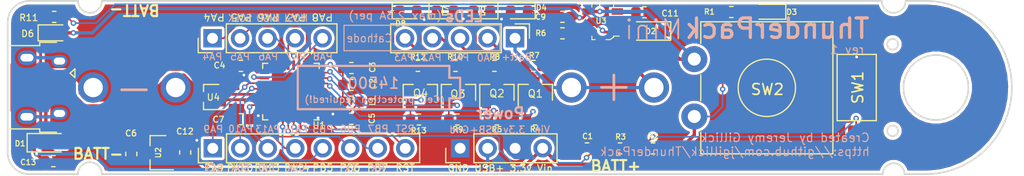
<source format=kicad_pcb>
(kicad_pcb (version 20171130) (host pcbnew "(5.1.5-0-10_14)")
  (layers (0 F.Cu signal) (31 B.Cu signal) (34 B.Paste user) (35 F.Paste user) (36 B.SilkS user) (37 F.SilkS user) (38 B.Mask user) (39 F.Mask user) (44 Edge.Cuts user))
  (net 0 "")
  (net 1 /BUTTON)
  (net 2 GND)
  (net 3 +3V3)
  (net 4 +BATT)
  (net 5 /VIN)
  (net 6 /VUSB)
  (net 7 "Net-(D3-Pad2)")
  (net 8 "Net-(D4-Pad1)")
  (net 9 "Net-(D5-Pad1)")
  (net 10 "Net-(D6-Pad1)")
  (net 11 "Net-(D7-Pad1)")
  (net 12 "Net-(D8-Pad1)")
  (net 13 /RESET)
  (net 14 /PB7)
  (net 15 /PB6)
  (net 16 /PA10)
  (net 17 /PA9)
  (net 18 /PA8)
  (net 19 /PA7)
  (net 20 /PA6)
  (net 21 /PA5)
  (net 22 /PA4)
  (net 23 /USB_D-)
  (net 24 /USB_D+)
  (net 25 "Net-(J6-Pad2)")
  (net 26 "Net-(J6-Pad3)")
  (net 27 "Net-(J6-Pad4)")
  (net 28 "Net-(J6-Pad5)")
  (net 29 /LED1)
  (net 30 /LED2)
  (net 31 /LED3)
  (net 32 /LED4)
  (net 33 "Net-(R2-Pad1)")
  (net 34 "Net-(R6-Pad1)")
  (net 35 "Net-(C2-Pad1)")
  (net 36 "Net-(D1-Pad2)")
  (net 37 /PB5)
  (net 38 /PA13)
  (net 39 /PA14)
  (net 40 "Net-(R11-Pad2)")
  (net 41 "Net-(J4-Pad4)")
  (net 42 "Net-(U1-Pad15)")
  (net 43 "Net-(U1-Pad14)")
  (net 44 "Net-(U1-Pad2)")
  (net 45 "Net-(U1-Pad1)")
  (module BatteryClips:MDP_BK-82_14500 (layer F.Cu) (at 91.9 100)
    (fp_text reference J2 hide)
    (fp_text value Battery hide)
    (fp_text user "(Cell protection required!)" (at 0.1 1.1) (layer B.SilkS) (effects (font (size 0.6 0.65) (thickness 0.1)) (justify mirror)))
    (fp_text user 14500 (at -0.025 -0.4) (layer B.SilkS) (effects (justify mirror)))
    (pad 2 thru_hole circle (at -18.28 0) (size 2.8 2.8) (drill 1.78) (layers *.Cu *.Mask) (net 2 GND))
    (pad 2 thru_hole circle (at -25.9 0) (size 2.8 2.8) (drill 1.78) (layers *.Cu *.Mask) (net 2 GND))
    (pad 1 thru_hole circle (at 25.9 0) (size 2.8 2.8) (drill 1.78) (layers *.Cu *.Mask) (net 4 +BATT))
    (pad 1 thru_hole circle (at 18.28 0) (size 2.8 2.8) (drill 1.78) (layers *.Cu *.Mask) (net 4 +BATT))
  )
  (module Symbol:OSHW-Symbol_6.7x6mm_SilkScreen (layer B.Cu) (at 127.8 99.725 180)
    (fp_text reference REF** hide)
    (fp_text value OSHW-Symbol_6.7x6mm_SilkScreen hide)
  )
  (module digikey-footprints:SOT-753 (layer F.Cu) (at 113.07 93.925 90)
    (fp_text reference U3 (at 0.075 -0.15 180) (layer F.SilkS) (effects (font (size 0.5 0.5) (thickness 0.1))))
    (fp_text value MCP73831T-2ACI_OT)
    (pad 5 smd rect (at -0.95 -1.35 90) (size 0.6 1.05) (layers F.Cu F.Paste F.Mask) (net 34 "Net-(R6-Pad1)"))
    (pad 4 smd rect (at 0.95 -1.35 90) (size 0.6 1.05) (layers F.Cu F.Paste F.Mask) (net 6 /VUSB))
    (pad 3 smd rect (at 0.95 1.35 90) (size 0.6 1.05) (layers F.Cu F.Paste F.Mask) (net 4 +BATT))
    (pad 2 smd rect (at 0 1.35 90) (size 0.6 1.05) (layers F.Cu F.Paste F.Mask) (net 2 GND))
    (pad 1 smd rect (at -0.95 1.35 90) (size 0.6 1.05) (layers F.Cu F.Paste F.Mask) (net 40 "Net-(R11-Pad2)"))
  )
  (module Package_DFN_QFN:QFN-32-1EP_5x5mm_P0.5mm_EP3.45x3.45mm (layer F.Cu) (at 84.27 100.375 180)
    (fp_text reference U1 (at -2.6 -3.125) (layer F.SilkS) (effects (font (size 0.6 0.6) (thickness 0.1))))
    (fp_text value STM32L072KZUx)
    (pad 32 smd roundrect (at -1.75 -2.4375 180) (size 0.25 0.875) (layers F.Cu F.Paste F.Mask) (net 3 +3V3))
    (pad 31 smd roundrect (at -1.25 -2.4375 180) (size 0.25 0.875) (layers F.Cu F.Paste F.Mask) (net 2 GND))
    (pad 30 smd roundrect (at -0.75 -2.4375 180) (size 0.25 0.875) (layers F.Cu F.Paste F.Mask) (net 1 /BUTTON))
    (pad 29 smd roundrect (at -0.25 -2.4375 180) (size 0.25 0.875) (layers F.Cu F.Paste F.Mask) (net 14 /PB7))
    (pad 28 smd roundrect (at 0.25 -2.4375 180) (size 0.25 0.875) (layers F.Cu F.Paste F.Mask) (net 15 /PB6))
    (pad 27 smd roundrect (at 0.75 -2.4375 180) (size 0.25 0.875) (layers F.Cu F.Paste F.Mask) (net 37 /PB5))
    (pad 26 smd roundrect (at 1.25 -2.4375 180) (size 0.25 0.875) (layers F.Cu F.Paste F.Mask) (net 1 /BUTTON))
    (pad 25 smd roundrect (at 1.75 -2.4375 180) (size 0.25 0.875) (layers F.Cu F.Paste F.Mask) (net 39 /PA14))
    (pad 24 smd roundrect (at 2.4375 -1.75 180) (size 0.875 0.25) (layers F.Cu F.Paste F.Mask) (net 3 +3V3))
    (pad 23 smd roundrect (at 2.4375 -1.25 180) (size 0.875 0.25) (layers F.Cu F.Paste F.Mask) (net 38 /PA13))
    (pad 22 smd roundrect (at 2.4375 -0.75 180) (size 0.875 0.25) (layers F.Cu F.Paste F.Mask) (net 24 /USB_D+))
    (pad 21 smd roundrect (at 2.4375 -0.25 180) (size 0.875 0.25) (layers F.Cu F.Paste F.Mask) (net 23 /USB_D-))
    (pad 20 smd roundrect (at 2.4375 0.25 180) (size 0.875 0.25) (layers F.Cu F.Paste F.Mask) (net 16 /PA10))
    (pad 19 smd roundrect (at 2.4375 0.75 180) (size 0.875 0.25) (layers F.Cu F.Paste F.Mask) (net 17 /PA9))
    (pad 18 smd roundrect (at 2.4375 1.25 180) (size 0.875 0.25) (layers F.Cu F.Paste F.Mask) (net 18 /PA8))
    (pad 17 smd roundrect (at 2.4375 1.75 180) (size 0.875 0.25) (layers F.Cu F.Paste F.Mask) (net 3 +3V3))
    (pad 16 smd roundrect (at 1.75 2.4375 180) (size 0.25 0.875) (layers F.Cu F.Paste F.Mask) (net 2 GND))
    (pad 15 smd roundrect (at 1.25 2.4375 180) (size 0.25 0.875) (layers F.Cu F.Paste F.Mask) (net 42 "Net-(U1-Pad15)"))
    (pad 14 smd roundrect (at 0.75 2.4375 180) (size 0.25 0.875) (layers F.Cu F.Paste F.Mask) (net 43 "Net-(U1-Pad14)"))
    (pad 13 smd roundrect (at 0.25 2.4375 180) (size 0.25 0.875) (layers F.Cu F.Paste F.Mask) (net 19 /PA7))
    (pad 12 smd roundrect (at -0.25 2.4375 180) (size 0.25 0.875) (layers F.Cu F.Paste F.Mask) (net 20 /PA6))
    (pad 11 smd roundrect (at -0.75 2.4375 180) (size 0.25 0.875) (layers F.Cu F.Paste F.Mask) (net 21 /PA5))
    (pad 10 smd roundrect (at -1.25 2.4375 180) (size 0.25 0.875) (layers F.Cu F.Paste F.Mask) (net 22 /PA4))
    (pad 9 smd roundrect (at -1.75 2.4375 180) (size 0.25 0.875) (layers F.Cu F.Paste F.Mask) (net 32 /LED4))
    (pad 8 smd roundrect (at -2.4375 1.75 180) (size 0.875 0.25) (layers F.Cu F.Paste F.Mask) (net 31 /LED3))
    (pad 7 smd roundrect (at -2.4375 1.25 180) (size 0.875 0.25) (layers F.Cu F.Paste F.Mask) (net 30 /LED2))
    (pad 6 smd roundrect (at -2.4375 0.75 180) (size 0.875 0.25) (layers F.Cu F.Paste F.Mask) (net 29 /LED1))
    (pad 5 smd roundrect (at -2.4375 0.25 180) (size 0.875 0.25) (layers F.Cu F.Paste F.Mask) (net 35 "Net-(C2-Pad1)"))
    (pad 4 smd roundrect (at -2.4375 -0.25 180) (size 0.875 0.25) (layers F.Cu F.Paste F.Mask) (net 2 GND))
    (pad 3 smd roundrect (at -2.4375 -0.75 180) (size 0.875 0.25) (layers F.Cu F.Paste F.Mask) (net 13 /RESET))
    (pad 2 smd roundrect (at -2.4375 -1.25 180) (size 0.875 0.25) (layers F.Cu F.Paste F.Mask) (net 44 "Net-(U1-Pad2)"))
    (pad 1 smd roundrect (at -2.4375 -1.75 180) (size 0.875 0.25) (layers F.Cu F.Paste F.Mask) (net 45 "Net-(U1-Pad1)"))
    (pad 33 smd roundrect (at 0 0 180) (size 3.45 3.45) (layers F.Cu F.Mask) (roundrect_rratio 0.072464) (net 2 GND))
  )
  (module Resistor_SMD:R_0603_1608Metric (layer F.Cu) (at 109.35 94.995 180)
    (fp_text reference R6 (at 2 0.02) (layer F.SilkS) (effects (font (size 0.5 0.5) (thickness 0.1))))
    (fp_text value 675)
    (pad 2 smd roundrect (at 0.7875 0 180) (size 0.875 0.95) (layers F.Cu F.Paste F.Mask) (net 2 GND))
    (pad 1 smd roundrect (at -0.7875 0 180) (size 0.875 0.95) (layers F.Cu F.Paste F.Mask) (net 34 "Net-(R6-Pad1)"))
  )
  (module LED_SMD:LED_0603_1608Metric (layer F.Cu) (at 62.4 94.95)
    (fp_text reference D6 (at -2.45 0.075) (layer F.SilkS) (effects (font (size 0.6 0.6) (thickness 0.1))))
    (fp_text value LED)
    (pad 2 smd roundrect (at 0.7875 0) (size 0.875 0.95) (layers F.Cu F.Paste F.Mask) (net 6 /VUSB))
    (pad 1 smd roundrect (at -0.7875 0) (size 0.875 0.95) (layers F.Cu F.Paste F.Mask) (net 10 "Net-(D6-Pad1)"))
  )
  (module Resistor_SMD:R_0603_1608Metric (layer F.Cu) (at 62.4 93.475)
    (fp_text reference R11 (at -2.35 0.075) (layer F.SilkS) (effects (font (size 0.6 0.6) (thickness 0.1))))
    (fp_text value 330)
    (pad 2 smd roundrect (at 0.7875 0) (size 0.875 0.95) (layers F.Cu F.Paste F.Mask) (net 40 "Net-(R11-Pad2)"))
    (pad 1 smd roundrect (at -0.7875 0) (size 0.875 0.95) (layers F.Cu F.Paste F.Mask) (net 10 "Net-(D6-Pad1)"))
  )
  (module Capacitor_SMD:C_0603_1608Metric (layer F.Cu) (at 116.925 93.05)
    (fp_text reference C11 (at 2.375 0.1) (layer F.SilkS) (effects (font (size 0.55 0.55) (thickness 0.1))))
    (fp_text value 4.7uF)
    (pad 1 smd roundrect (at -0.7875 0) (size 0.875 0.95) (layers F.Cu F.Paste F.Mask) (net 4 +BATT))
    (pad 2 smd roundrect (at 0.7875 0) (size 0.875 0.95) (layers F.Cu F.Paste F.Mask) (net 2 GND))
  )
  (module Capacitor_SMD:C_0603_1608Metric (layer F.Cu) (at 109.35 93.47 180)
    (fp_text reference C9 (at 2.025 -0.005) (layer F.SilkS) (effects (font (size 0.5 0.5) (thickness 0.1))))
    (fp_text value 4.7uF)
    (pad 1 smd roundrect (at -0.7875 0 180) (size 0.875 0.95) (layers F.Cu F.Paste F.Mask) (net 6 /VUSB))
    (pad 2 smd roundrect (at 0.7875 0 180) (size 0.875 0.95) (layers F.Cu F.Paste F.Mask) (net 2 GND))
  )
  (module Package_TO_SOT_SMD:SOT-323_SC-70 (layer F.Cu) (at 76.925 100.875 180)
    (fp_text reference U4 (at -0.18 -0.025) (layer F.SilkS) (effects (font (size 0.6 0.6) (thickness 0.1))))
    (fp_text value ESD7002WTT1G)
    (pad 1 smd rect (at -1 -0.65 90) (size 0.45 0.7) (layers F.Cu F.Paste F.Mask) (net 24 /USB_D+))
    (pad 2 smd rect (at -1 0.65 90) (size 0.45 0.7) (layers F.Cu F.Paste F.Mask) (net 23 /USB_D-))
    (pad 3 smd rect (at 1 0 90) (size 0.45 0.7) (layers F.Cu F.Paste F.Mask) (net 2 GND))
  )
  (module Capacitor_SMD:C_0603_1608Metric (layer F.Cu) (at 62.325 106.8 180)
    (fp_text reference C13 (at 2.325 -0.1) (layer F.SilkS) (effects (font (size 0.5 0.5) (thickness 0.1))))
    (fp_text value 1uf)
    (pad 2 smd roundrect (at 0.7875 0 180) (size 0.875 0.95) (layers F.Cu F.Paste F.Mask) (net 6 /VUSB))
    (pad 1 smd roundrect (at -0.7875 0 180) (size 0.875 0.95) (layers F.Cu F.Paste F.Mask) (net 2 GND))
  )
  (module Capacitor_SMD:C_0603_1608Metric (layer F.Cu) (at 74.5 106 270)
    (fp_text reference C12 (at -1.95 0.025 180) (layer F.SilkS) (effects (font (size 0.55 0.55) (thickness 0.1))))
    (fp_text value 2.2uF)
    (pad 2 smd roundrect (at 0.7875 0 270) (size 0.875 0.95) (layers F.Cu F.Paste F.Mask) (net 2 GND))
    (pad 1 smd roundrect (at -0.7875 0 270) (size 0.875 0.95) (layers F.Cu F.Paste F.Mask) (net 3 +3V3))
  )
  (module Capacitor_SMD:C_0603_1608Metric (layer F.Cu) (at 69.525 106.1375 270)
    (fp_text reference C6 (at -1.9125 0.025 180) (layer F.SilkS) (effects (font (size 0.55 0.55) (thickness 0.1))))
    (fp_text value 1uf)
    (pad 2 smd roundrect (at 0.7875 0 270) (size 0.875 0.95) (layers F.Cu F.Paste F.Mask) (net 2 GND))
    (pad 1 smd roundrect (at -0.7875 0 270) (size 0.875 0.95) (layers F.Cu F.Paste F.Mask) (net 5 /VIN))
  )
  (module Connector_PinHeader_2.54mm:PinHeader_1x08_P2.54mm_Vertical (layer F.Cu) (at 77.05 105.61 90)
    (fp_text reference J7 hide)
    (fp_text value GPIO)
    (pad 8 thru_hole oval (at 0 17.78 90) (size 1.7 1.7) (drill 1) (layers *.Cu *.Mask) (net 13 /RESET))
    (pad 7 thru_hole oval (at 0 15.24 90) (size 1.7 1.7) (drill 1) (layers *.Cu *.Mask) (net 14 /PB7))
    (pad 6 thru_hole oval (at 0 12.7 90) (size 1.7 1.7) (drill 1) (layers *.Cu *.Mask) (net 15 /PB6))
    (pad 5 thru_hole oval (at 0 10.16 90) (size 1.7 1.7) (drill 1) (layers *.Cu *.Mask) (net 37 /PB5))
    (pad 4 thru_hole oval (at 0 7.62 90) (size 1.7 1.7) (drill 1) (layers *.Cu *.Mask) (net 39 /PA14))
    (pad 3 thru_hole oval (at 0 5.08 90) (size 1.7 1.7) (drill 1) (layers *.Cu *.Mask) (net 38 /PA13))
    (pad 2 thru_hole oval (at 0 2.54 90) (size 1.7 1.7) (drill 1) (layers *.Cu *.Mask) (net 16 /PA10))
    (pad 1 thru_hole rect (at 0 0 90) (size 1.7 1.7) (drill 1) (layers *.Cu *.Mask) (net 17 /PA9))
  )
  (module Connector_PinHeader_2.54mm:PinHeader_1x04_P2.54mm_Vertical (layer F.Cu) (at 99.9 105.61 90)
    (fp_text reference J5 hide)
    (fp_text value Power)
    (pad 1 thru_hole rect (at 0 0 90) (size 1.7 1.7) (drill 1) (layers *.Cu *.Mask) (net 2 GND))
    (pad 2 thru_hole oval (at 0 2.54 90) (size 1.7 1.7) (drill 1) (layers *.Cu *.Mask) (net 6 /VUSB))
    (pad 3 thru_hole oval (at 0 5.08 90) (size 1.7 1.7) (drill 1) (layers *.Cu *.Mask) (net 3 +3V3))
    (pad 4 thru_hole oval (at 0 7.62 90) (size 1.7 1.7) (drill 1) (layers *.Cu *.Mask) (net 5 /VIN))
  )
  (module Capacitor_SMD:C_0603_1608Metric (layer F.Cu) (at 79.65 98 180)
    (fp_text reference C4 (at 1.975 0.05) (layer F.SilkS) (effects (font (size 0.55 0.55) (thickness 0.1))))
    (fp_text value 100nf)
    (pad 1 smd roundrect (at -0.7875 0 180) (size 0.875 0.95) (layers F.Cu F.Paste F.Mask) (net 3 +3V3))
    (pad 2 smd roundrect (at 0.7875 0 180) (size 0.875 0.95) (layers F.Cu F.Paste F.Mask) (net 2 GND))
  )
  (module Capacitor_SMD:C_0603_1608Metric (layer F.Cu) (at 79.65 102.925 180)
    (fp_text reference C7 (at 2.075 -0.025 180) (layer F.SilkS) (effects (font (size 0.55 0.55) (thickness 0.1))))
    (fp_text value 4.7uF)
    (pad 2 smd roundrect (at 0.7875 0 180) (size 0.875 0.95) (layers F.Cu F.Paste F.Mask) (net 2 GND))
    (pad 1 smd roundrect (at -0.7875 0 180) (size 0.875 0.95) (layers F.Cu F.Paste F.Mask) (net 3 +3V3))
  )
  (module Package_TO_SOT_SMD:SOT-23 (layer F.Cu) (at 72.015 106.02 180)
    (fp_text reference U2 (at 0 0 90) (layer F.SilkS) (effects (font (size 0.5 0.5) (thickness 0.1))))
    (fp_text value AP2210N-3.3TRG1)
    (pad 1 smd rect (at -1 -0.95 180) (size 0.9 0.8) (layers F.Cu F.Paste F.Mask) (net 2 GND))
    (pad 2 smd rect (at -1 0.95 180) (size 0.9 0.8) (layers F.Cu F.Paste F.Mask) (net 3 +3V3))
    (pad 3 smd rect (at 1 0 180) (size 0.9 0.8) (layers F.Cu F.Paste F.Mask) (net 5 /VIN))
  )
  (module Jeremy:USB_Micro-B_Amphenol_10103594-0001LF_Horizontal (layer F.Cu) (at 61 100 270)
    (fp_text reference J4 hide)
    (fp_text value USB_B_Micro)
    (pad 6 smd rect (at 0 1.385) (size 2.5 4.4) (layers F.Cu F.Paste F.Mask) (net 2 GND))
    (pad 6 thru_hole oval (at 2.705 1.115) (size 1.7 1.35) (drill oval 1.2 0.7) (layers *.Cu *.Mask) (net 2 GND))
    (pad 6 thru_hole oval (at -2.755 1.115) (size 1.7 1.35) (drill oval 1.2 0.7) (layers *.Cu *.Mask) (net 2 GND))
    (pad 6 thru_hole oval (at 2.395 -1.885) (size 1.5 1.1) (drill oval 1.05 0.65) (layers *.Cu *.Mask) (net 2 GND))
    (pad 6 thru_hole oval (at -2.445 -1.885) (size 1.5 1.1) (drill oval 1.05 0.65) (layers *.Cu *.Mask) (net 2 GND))
    (pad 5 smd rect (at 1.275 -1.765) (size 1.65 0.4) (layers F.Cu F.Paste F.Mask) (net 2 GND))
    (pad 4 smd rect (at 0.625 -1.765) (size 1.65 0.4) (layers F.Cu F.Paste F.Mask) (net 41 "Net-(J4-Pad4)"))
    (pad 3 smd rect (at -0.025 -1.765) (size 1.65 0.4) (layers F.Cu F.Paste F.Mask) (net 24 /USB_D+))
    (pad 2 smd rect (at -0.675 -1.765) (size 1.65 0.4) (layers F.Cu F.Paste F.Mask) (net 23 /USB_D-))
    (pad 1 smd rect (at -1.325 -1.765) (size 1.65 0.4) (layers F.Cu F.Paste F.Mask) (net 36 "Net-(D1-Pad2)"))
    (pad 6 smd rect (at 2.875 -1.885 270) (size 2 1.5) (layers F.Cu F.Paste F.Mask) (net 2 GND))
    (pad 6 smd rect (at -2.875 -1.865 270) (size 2 1.5) (layers F.Cu F.Paste F.Mask) (net 2 GND))
  )
  (module Button_Switch_THT:SW_CW_GPTS203211B (layer F.Cu) (at 121.53 97.375)
    (fp_text reference SW2 (at 6.75 2.8) (layer F.SilkS))
    (fp_text value Power)
    (pad 2 thru_hole circle (at 0 5.3) (size 2.4 2.4) (drill 1.2) (layers *.Cu *.Mask) (net 5 /VIN))
    (pad 1 thru_hole circle (at 0 0) (size 2.4 2.4) (drill 1.2) (layers *.Cu *.Mask) (net 6 /VUSB))
  )
  (module Button_Switch_SMD:SW_SPST_FSMSM (layer F.Cu) (at 136.53 100 270)
    (fp_text reference SW1 (at 0 -0.1 90) (layer F.SilkS))
    (fp_text value Mode)
    (pad 2 smd rect (at 4.59 0 270) (size 2.18 1.6) (layers F.Cu F.Paste F.Mask) (net 33 "Net-(R2-Pad1)"))
    (pad 1 smd rect (at -4.59 0 270) (size 2.18 1.6) (layers F.Cu F.Paste F.Mask) (net 3 +3V3))
  )
  (module Diode_SMD:D_SOD-323_HandSoldering (layer F.Cu) (at 61.8 105.1)
    (fp_text reference D1 (at -2.55 0.075) (layer F.SilkS) (effects (font (size 0.5 0.5) (thickness 0.1))))
    (fp_text value 20V2A)
    (pad 2 smd rect (at 1.25 0) (size 1 1) (layers F.Cu F.Paste F.Mask) (net 36 "Net-(D1-Pad2)"))
    (pad 1 smd rect (at -1.25 0) (size 1 1) (layers F.Cu F.Paste F.Mask) (net 6 /VUSB))
  )
  (module Diode_SMD:D_SOD-323_HandSoldering (layer F.Cu) (at 117.45 94.775 180)
    (fp_text reference D2 (at -0.05 -0.025) (layer F.SilkS) (effects (font (size 0.5 0.5) (thickness 0.1))))
    (fp_text value 20V2A)
    (pad 1 smd rect (at -1.25 0 180) (size 1 1) (layers F.Cu F.Paste F.Mask) (net 6 /VUSB))
    (pad 2 smd rect (at 1.25 0 180) (size 1 1) (layers F.Cu F.Paste F.Mask) (net 4 +BATT))
  )
  (module LED_SMD:LED_0603_1608Metric (layer F.Cu) (at 95.105 92.915)
    (fp_text reference D8 (at -0.71 1.16) (layer F.SilkS) (effects (font (size 0.5 0.5) (thickness 0.1))))
    (fp_text value LED)
    (pad 1 smd roundrect (at -0.7875 0) (size 0.875 0.95) (layers F.Cu F.Paste F.Mask) (net 12 "Net-(D8-Pad1)"))
    (pad 2 smd roundrect (at 0.7875 0) (size 0.875 0.95) (layers F.Cu F.Paste F.Mask) (net 3 +3V3))
  )
  (module LED_SMD:LED_0603_1608Metric (layer F.Cu) (at 98.505 92.915)
    (fp_text reference D7 (at 0.04 0.01 90) (layer F.SilkS) (effects (font (size 0.5 0.5) (thickness 0.1))))
    (fp_text value LED)
    (pad 2 smd roundrect (at 0.7875 0) (size 0.875 0.95) (layers F.Cu F.Paste F.Mask) (net 3 +3V3))
    (pad 1 smd roundrect (at -0.7875 0) (size 0.875 0.95) (layers F.Cu F.Paste F.Mask) (net 11 "Net-(D7-Pad1)"))
  )
  (module LED_SMD:LED_0603_1608Metric (layer F.Cu) (at 101.905 92.915 180)
    (fp_text reference D5 (at -0.04 -0.01 90) (layer F.SilkS) (effects (font (size 0.5 0.5) (thickness 0.1))))
    (fp_text value LED)
    (pad 1 smd roundrect (at -0.7875 0 180) (size 0.875 0.95) (layers F.Cu F.Paste F.Mask) (net 9 "Net-(D5-Pad1)"))
    (pad 2 smd roundrect (at 0.7875 0 180) (size 0.875 0.95) (layers F.Cu F.Paste F.Mask) (net 3 +3V3))
  )
  (module LED_SMD:LED_0603_1608Metric (layer F.Cu) (at 105.345 92.915 180)
    (fp_text reference D4 (at -2.055 0.29) (layer F.SilkS) (effects (font (size 0.5 0.5) (thickness 0.1))))
    (fp_text value LED)
    (pad 1 smd roundrect (at -0.7875 0 180) (size 0.875 0.95) (layers F.Cu F.Paste F.Mask) (net 8 "Net-(D4-Pad1)"))
    (pad 2 smd roundrect (at 0.7875 0 180) (size 0.875 0.95) (layers F.Cu F.Paste F.Mask) (net 3 +3V3))
  )
  (module Inductor_SMD:L_0603_1608Metric (layer F.Cu) (at 89.85 101.305)
    (fp_text reference L1 (at 1.95 -0.075 90) (layer F.SilkS) (effects (font (size 0.5 0.5) (thickness 0.1))))
    (fp_text value Bead)
    (pad 2 smd roundrect (at 0.7875 0) (size 0.875 0.95) (layers F.Cu F.Paste F.Mask) (net 3 +3V3))
    (pad 1 smd roundrect (at -0.7875 0) (size 0.875 0.95) (layers F.Cu F.Paste F.Mask) (net 35 "Net-(C2-Pad1)"))
  )
  (module Resistor_SMD:R_0603_1608Metric (layer F.Cu) (at 124.95 93.025 180)
    (fp_text reference R1 (at 2.025 0.025 180) (layer F.SilkS) (effects (font (size 0.5 0.5) (thickness 0.1))))
    (fp_text value 270)
    (pad 2 smd roundrect (at 0.7875 0 180) (size 0.875 0.95) (layers F.Cu F.Paste F.Mask) (net 5 /VIN))
    (pad 1 smd roundrect (at -0.7875 0 180) (size 0.875 0.95) (layers F.Cu F.Paste F.Mask) (net 7 "Net-(D3-Pad2)"))
  )
  (module Resistor_SMD:R_0603_1608Metric (layer F.Cu) (at 117.72 105.625)
    (fp_text reference R2 (at 0 -1.125) (layer F.SilkS) (effects (font (size 0.5 0.5) (thickness 0.1))))
    (fp_text value 20K)
    (pad 1 smd roundrect (at -0.7875 0) (size 0.875 0.95) (layers F.Cu F.Paste F.Mask) (net 33 "Net-(R2-Pad1)"))
    (pad 2 smd roundrect (at 0.7875 0) (size 0.875 0.95) (layers F.Cu F.Paste F.Mask) (net 2 GND))
  )
  (module Resistor_SMD:R_0603_1608Metric (layer F.Cu) (at 114.67 105.625 180)
    (fp_text reference R3 (at -0.05 1.075 180) (layer F.SilkS) (effects (font (size 0.5 0.5) (thickness 0.1))))
    (fp_text value 330)
    (pad 2 smd roundrect (at 0.7875 0 180) (size 0.875 0.95) (layers F.Cu F.Paste F.Mask) (net 1 /BUTTON))
    (pad 1 smd roundrect (at -0.7875 0 180) (size 0.875 0.95) (layers F.Cu F.Paste F.Mask) (net 33 "Net-(R2-Pad1)"))
  )
  (module Resistor_SMD:R_0603_1608Metric (layer F.Cu) (at 106.82 102.95)
    (fp_text reference R4 (at 0.025 0.9 180) (layer F.SilkS) (effects (font (size 0.5 0.5) (thickness 0.1))))
    (fp_text value 20k)
    (pad 2 smd roundrect (at 0.7875 0) (size 0.875 0.95) (layers F.Cu F.Paste F.Mask) (net 2 GND))
    (pad 1 smd roundrect (at -0.7875 0) (size 0.875 0.95) (layers F.Cu F.Paste F.Mask) (net 29 /LED1))
  )
  (module Resistor_SMD:R_0603_1608Metric (layer F.Cu) (at 103.295 102.95)
    (fp_text reference R5 (at 0 0.925 180) (layer F.SilkS) (effects (font (size 0.5 0.5) (thickness 0.1))))
    (fp_text value 20k)
    (pad 2 smd roundrect (at 0.7875 0) (size 0.875 0.95) (layers F.Cu F.Paste F.Mask) (net 2 GND))
    (pad 1 smd roundrect (at -0.7875 0) (size 0.875 0.95) (layers F.Cu F.Paste F.Mask) (net 30 /LED2))
  )
  (module Resistor_SMD:R_0603_1608Metric (layer F.Cu) (at 106.67 98 180)
    (fp_text reference R7 (at -0.075 0.975) (layer F.SilkS) (effects (font (size 0.5 0.5) (thickness 0.1))))
    (fp_text value 270)
    (pad 2 smd roundrect (at 0.7875 0 180) (size 0.875 0.95) (layers F.Cu F.Paste F.Mask) (net 25 "Net-(J6-Pad2)"))
    (pad 1 smd roundrect (at -0.7875 0 180) (size 0.875 0.95) (layers F.Cu F.Paste F.Mask) (net 8 "Net-(D4-Pad1)"))
  )
  (module Resistor_SMD:R_0603_1608Metric (layer F.Cu) (at 103.07 98 180)
    (fp_text reference R8 (at -0.025 0.825) (layer F.SilkS) (effects (font (size 0.5 0.5) (thickness 0.1))))
    (fp_text value 270)
    (pad 2 smd roundrect (at 0.7875 0 180) (size 0.875 0.95) (layers F.Cu F.Paste F.Mask) (net 26 "Net-(J6-Pad3)"))
    (pad 1 smd roundrect (at -0.7875 0 180) (size 0.875 0.95) (layers F.Cu F.Paste F.Mask) (net 9 "Net-(D5-Pad1)"))
  )
  (module Resistor_SMD:R_0603_1608Metric (layer F.Cu) (at 99.645 102.95)
    (fp_text reference R9 (at 0.05 0.925 180) (layer F.SilkS) (effects (font (size 0.5 0.5) (thickness 0.1))))
    (fp_text value 20k)
    (pad 2 smd roundrect (at 0.7875 0) (size 0.875 0.95) (layers F.Cu F.Paste F.Mask) (net 2 GND))
    (pad 1 smd roundrect (at -0.7875 0) (size 0.875 0.95) (layers F.Cu F.Paste F.Mask) (net 31 /LED3))
  )
  (module Resistor_SMD:R_0603_1608Metric (layer F.Cu) (at 99.47 98)
    (fp_text reference R10 (at -0.025 -0.825) (layer F.SilkS) (effects (font (size 0.5 0.5) (thickness 0.1))))
    (fp_text value 270)
    (pad 2 smd roundrect (at 0.7875 0) (size 0.875 0.95) (layers F.Cu F.Paste F.Mask) (net 27 "Net-(J6-Pad4)"))
    (pad 1 smd roundrect (at -0.7875 0) (size 0.875 0.95) (layers F.Cu F.Paste F.Mask) (net 11 "Net-(D7-Pad1)"))
  )
  (module Resistor_SMD:R_0603_1608Metric (layer F.Cu) (at 95.995 98)
    (fp_text reference R12 (at 0 -0.825 180) (layer F.SilkS) (effects (font (size 0.5 0.5) (thickness 0.1))))
    (fp_text value 270)
    (pad 2 smd roundrect (at 0.7875 0) (size 0.875 0.95) (layers F.Cu F.Paste F.Mask) (net 28 "Net-(J6-Pad5)"))
    (pad 1 smd roundrect (at -0.7875 0) (size 0.875 0.95) (layers F.Cu F.Paste F.Mask) (net 12 "Net-(D8-Pad1)"))
  )
  (module Resistor_SMD:R_0603_1608Metric (layer F.Cu) (at 96.095 102.95)
    (fp_text reference R13 (at -0.025 1.025 -180) (layer F.SilkS) (effects (font (size 0.5 0.5) (thickness 0.1))))
    (fp_text value 20k)
    (pad 2 smd roundrect (at 0.7875 0) (size 0.875 0.95) (layers F.Cu F.Paste F.Mask) (net 2 GND))
    (pad 1 smd roundrect (at -0.7875 0) (size 0.875 0.95) (layers F.Cu F.Paste F.Mask) (net 32 /LED4))
  )
  (module Capacitor_SMD:C_0603_1608Metric (layer F.Cu) (at 111.62 105.625 180)
    (fp_text reference C1 (at -0.05 1.125 180) (layer F.SilkS) (effects (font (size 0.5 0.5) (thickness 0.1))))
    (fp_text value 100nF)
    (pad 1 smd roundrect (at -0.7875 0 180) (size 0.875 0.95) (layers F.Cu F.Paste F.Mask) (net 1 /BUTTON))
    (pad 2 smd roundrect (at 0.7875 0 180) (size 0.875 0.95) (layers F.Cu F.Paste F.Mask) (net 2 GND))
  )
  (module Capacitor_SMD:C_0603_1608Metric (layer F.Cu) (at 89.85 99.755)
    (fp_text reference C2 (at 1.95 -0.125 90) (layer F.SilkS) (effects (font (size 0.5 0.5) (thickness 0.1))))
    (fp_text value 1uf)
    (pad 2 smd roundrect (at 0.7875 0) (size 0.875 0.95) (layers F.Cu F.Paste F.Mask) (net 2 GND))
    (pad 1 smd roundrect (at -0.7875 0) (size 0.875 0.95) (layers F.Cu F.Paste F.Mask) (net 35 "Net-(C2-Pad1)"))
  )
  (module Capacitor_SMD:C_0603_1608Metric (layer F.Cu) (at 89.85 98.2)
    (fp_text reference C3 (at 1.95 -0.075 90) (layer F.SilkS) (effects (font (size 0.5 0.5) (thickness 0.1))))
    (fp_text value 10nf)
    (pad 2 smd roundrect (at 0.7875 0) (size 0.875 0.95) (layers F.Cu F.Paste F.Mask) (net 2 GND))
    (pad 1 smd roundrect (at -0.7875 0) (size 0.875 0.95) (layers F.Cu F.Paste F.Mask) (net 35 "Net-(C2-Pad1)"))
  )
  (module Capacitor_SMD:C_0603_1608Metric (layer F.Cu) (at 89.85 102.88)
    (fp_text reference C5 (at 1.9 -0.03 270) (layer F.SilkS) (effects (font (size 0.5 0.5) (thickness 0.1))))
    (fp_text value 100nf)
    (pad 1 smd roundrect (at -0.7875 0) (size 0.875 0.95) (layers F.Cu F.Paste F.Mask) (net 3 +3V3))
    (pad 2 smd roundrect (at 0.7875 0) (size 0.875 0.95) (layers F.Cu F.Paste F.Mask) (net 2 GND))
  )
  (module Package_TO_SOT_SMD:SOT-23 (layer F.Cu) (at 106.845 100.47 90)
    (fp_text reference Q1 (at -0.1 0 180) (layer F.SilkS) (effects (font (size 0.7 0.7) (thickness 0.1))))
    (fp_text value BSS806N)
    (pad 3 smd rect (at 1 0 90) (size 0.9 0.8) (layers F.Cu F.Paste F.Mask) (net 25 "Net-(J6-Pad2)"))
    (pad 2 smd rect (at -1 0.95 90) (size 0.9 0.8) (layers F.Cu F.Paste F.Mask) (net 2 GND))
    (pad 1 smd rect (at -1 -0.95 90) (size 0.9 0.8) (layers F.Cu F.Paste F.Mask) (net 29 /LED1))
  )
  (module Package_TO_SOT_SMD:SOT-23 (layer F.Cu) (at 99.745 100.475 90)
    (fp_text reference Q3 (at -0.125 -0.05 180) (layer F.SilkS) (effects (font (size 0.7 0.7) (thickness 0.1))))
    (fp_text value BSS806N)
    (pad 3 smd rect (at 1 0 90) (size 0.9 0.8) (layers F.Cu F.Paste F.Mask) (net 27 "Net-(J6-Pad4)"))
    (pad 2 smd rect (at -1 0.95 90) (size 0.9 0.8) (layers F.Cu F.Paste F.Mask) (net 2 GND))
    (pad 1 smd rect (at -1 -0.95 90) (size 0.9 0.8) (layers F.Cu F.Paste F.Mask) (net 31 /LED3))
  )
  (module Package_TO_SOT_SMD:SOT-23 (layer F.Cu) (at 96.22 100.475 90)
    (fp_text reference Q4 (at -0.05 0.025) (layer F.SilkS) (effects (font (size 0.7 0.7) (thickness 0.1))))
    (fp_text value BSS806N)
    (pad 3 smd rect (at 1 0 90) (size 0.9 0.8) (layers F.Cu F.Paste F.Mask) (net 28 "Net-(J6-Pad5)"))
    (pad 2 smd rect (at -1 0.95 90) (size 0.9 0.8) (layers F.Cu F.Paste F.Mask) (net 2 GND))
    (pad 1 smd rect (at -1 -0.95 90) (size 0.9 0.8) (layers F.Cu F.Paste F.Mask) (net 32 /LED4))
  )
  (module LED_SMD:LED_0603_1608Metric_Castellated (layer F.Cu) (at 128.3 93 180)
    (fp_text reference D3 (at -2.225 -0.025 180) (layer F.SilkS) (effects (font (size 0.5 0.5) (thickness 0.1))))
    (fp_text value LED)
    (pad 2 smd roundrect (at 0.8125 0 180) (size 1.225 0.85) (layers F.Cu F.Paste F.Mask) (net 7 "Net-(D3-Pad2)"))
    (pad 1 smd roundrect (at -0.8125 0 180) (size 1.225 0.85) (layers F.Cu F.Paste F.Mask) (net 2 GND))
  )
  (module Package_TO_SOT_SMD:SOT-23 (layer F.Cu) (at 103.295 100.475 90)
    (fp_text reference Q2 (at -0.075 0 180) (layer F.SilkS) (effects (font (size 0.7 0.7) (thickness 0.1))))
    (fp_text value BSS806N)
    (pad 1 smd rect (at -1 -0.95 90) (size 0.9 0.8) (layers F.Cu F.Paste F.Mask) (net 30 /LED2))
    (pad 2 smd rect (at -1 0.95 90) (size 0.9 0.8) (layers F.Cu F.Paste F.Mask) (net 2 GND))
    (pad 3 smd rect (at 1 0 90) (size 0.9 0.8) (layers F.Cu F.Paste F.Mask) (net 26 "Net-(J6-Pad3)"))
  )
  (module Connector_PinHeader_2.54mm:PinHeader_1x05_P2.54mm_Vertical (layer F.Cu) (at 104.97 95.45 270)
    (fp_text reference J6 hide)
    (fp_text value LEDs)
    (pad 1 thru_hole rect (at 0 0 270) (size 1.7 1.7) (drill 1) (layers *.Cu *.Mask) (net 4 +BATT))
    (pad 2 thru_hole oval (at 0 2.54 270) (size 1.7 1.7) (drill 1) (layers *.Cu *.Mask) (net 25 "Net-(J6-Pad2)"))
    (pad 3 thru_hole oval (at 0 5.08 270) (size 1.7 1.7) (drill 1) (layers *.Cu *.Mask) (net 26 "Net-(J6-Pad3)"))
    (pad 4 thru_hole oval (at 0 7.62 270) (size 1.7 1.7) (drill 1) (layers *.Cu *.Mask) (net 27 "Net-(J6-Pad4)"))
    (pad 5 thru_hole oval (at 0 10.16 270) (size 1.7 1.7) (drill 1) (layers *.Cu *.Mask) (net 28 "Net-(J6-Pad5)"))
  )
  (module Connector_PinHeader_2.54mm:PinHeader_1x05_P2.54mm_Vertical (layer F.Cu) (at 77.03 95.45 90)
    (fp_text reference J3 hide)
    (fp_text value GPIO)
    (pad 1 thru_hole rect (at 0 0 90) (size 1.7 1.7) (drill 1) (layers *.Cu *.Mask) (net 22 /PA4))
    (pad 2 thru_hole oval (at 0 2.54 90) (size 1.7 1.7) (drill 1) (layers *.Cu *.Mask) (net 21 /PA5))
    (pad 3 thru_hole oval (at 0 5.08 90) (size 1.7 1.7) (drill 1) (layers *.Cu *.Mask) (net 20 /PA6))
    (pad 4 thru_hole oval (at 0 7.62 90) (size 1.7 1.7) (drill 1) (layers *.Cu *.Mask) (net 19 /PA7))
    (pad 5 thru_hole oval (at 0 10.16 90) (size 1.7 1.7) (drill 1) (layers *.Cu *.Mask) (net 18 /PA8))
  )
  (gr_text BATT+ (at 114.275 107.25) (layer F.SilkS) (effects (font (size 1 1) (thickness 0.2))))
  (gr_text + (at 114.1 99.75) (layer B.SilkS) (effects (font (size 3 3) (thickness 0.25)) (justify mirror)))
  (gr_text - (at 69.775 99.975) (layer B.SilkS) (effects (font (size 3 3) (thickness 0.25)) (justify mirror)))
  (gr_line (start 142.849999 91.999845) (end 141.05 92) (layer Edge.Cuts) (width 0.15))
  (gr_arc (start 139.95 92) (end 138.85 92) (angle -180) (layer Edge.Cuts) (width 0.15))
  (gr_arc (start 139.95 108) (end 140.95 108) (angle -180) (layer Edge.Cuts) (width 0.15))
  (gr_text Mini (at 120.575 94.65) (layer B.SilkS) (effects (font (size 1.8 1.8)) (justify left mirror)))
  (gr_text CLK (at 84.72 107.425) (layer B.SilkS) (effects (font (size 0.6 0.6) (thickness 0.1)) (justify mirror)))
  (gr_text DIO (at 82.02 107.425) (layer B.SilkS) (effects (font (size 0.6 0.6) (thickness 0.1)) (justify mirror)))
  (gr_text SCL (at 77.095 107.45) (layer B.SilkS) (effects (font (size 0.65 0.65) (thickness 0.1)) (justify mirror)))
  (gr_text SDA (at 79.62 107.425) (layer B.SilkS) (effects (font (size 0.65 0.6) (thickness 0.1)) (justify mirror)))
  (gr_text SCLK (at 79.57 93.6) (layer B.SilkS) (effects (font (size 0.65 0.6) (thickness 0.1)) (justify mirror)))
  (gr_text MISO (at 82.17 93.6) (layer B.SilkS) (effects (font (size 0.65 0.6) (thickness 0.1)) (justify mirror)))
  (gr_text MOSI (at 84.745 93.6) (layer B.SilkS) (effects (font (size 0.65 0.6) (thickness 0.1)) (justify mirror)))
  (gr_text TX (at 89.77 107.425) (layer B.SilkS) (effects (font (size 0.65 0.65) (thickness 0.1)) (justify mirror)))
  (gr_text RX (at 92.32 107.425) (layer B.SilkS) (effects (font (size 0.65 0.65) (thickness 0.1)) (justify mirror)))
  (gr_circle (center 139.85 104) (end 140.35 104) (layer Edge.Cuts) (width 0.15))
  (gr_circle (center 139.85 96) (end 140.35 96) (layer Edge.Cuts) (width 0.15))
  (gr_line (start 64.6 108) (end 60.1 108) (layer Edge.Cuts) (width 0.15))
  (gr_arc (start 65.7 108) (end 66.8 108) (angle -180) (layer Edge.Cuts) (width 0.15))
  (gr_line (start 64.6 92) (end 60.1 92) (layer Edge.Cuts) (width 0.15))
  (gr_arc (start 65.7 92) (end 64.6 92) (angle -180) (layer Edge.Cuts) (width 0.15))
  (gr_text RST (at 94.82 107.425) (layer F.SilkS) (effects (font (size 0.65 0.65) (thickness 0.1))))
  (gr_text PB7 (at 92.27 107.425) (layer F.SilkS) (effects (font (size 0.65 0.65) (thickness 0.1))))
  (gr_text PB6 (at 89.72 107.425) (layer F.SilkS) (effects (font (size 0.65 0.65) (thickness 0.1))))
  (gr_text PB5 (at 87.22 107.425) (layer F.SilkS) (effects (font (size 0.65 0.65) (thickness 0.1))))
  (gr_text PA14 (at 84.82 107.425) (layer F.SilkS) (effects (font (size 0.65 0.62) (thickness 0.1))))
  (gr_text PA13 (at 82.07 107.425) (layer F.SilkS) (effects (font (size 0.65 0.62) (thickness 0.1))))
  (gr_text PA10 (at 79.57 107.425) (layer F.SilkS) (effects (font (size 0.65 0.65) (thickness 0.1))))
  (gr_text Cathode (at 91.52 95.45) (layer B.SilkS) (effects (font (size 0.75 0.7) (thickness 0.1)) (justify mirror)))
  (gr_line (start 89.17 94.25) (end 103.57 94.25) (layer B.SilkS) (width 0.1))
  (gr_line (start 89.17 96.6) (end 89.17 94.25) (layer B.SilkS) (width 0.1))
  (gr_line (start 103.57 96.6) (end 89.17 96.6) (layer B.SilkS) (width 0.1))
  (gr_line (start 103.57 94.25) (end 103.57 96.6) (layer B.SilkS) (width 0.1))
  (gr_text RST (at 94.82 103.825) (layer B.SilkS) (effects (font (size 0.65 0.65) (thickness 0.1)) (justify mirror)))
  (gr_text PB7 (at 92.32 103.825) (layer B.SilkS) (effects (font (size 0.65 0.65) (thickness 0.1)) (justify mirror)))
  (gr_text PB6 (at 89.77 103.825) (layer B.SilkS) (effects (font (size 0.65 0.65) (thickness 0.1)) (justify mirror)))
  (gr_text BATT- (at 69.825 92.85 180) (layer F.SilkS) (effects (font (size 1 1) (thickness 0.2))))
  (gr_text BATT- (at 66.45 106.125) (layer F.SilkS) (effects (font (size 1 1) (thickness 0.2))))
  (gr_text "rev 1" (at 137.3 96.5) (layer B.SilkS) (effects (font (size 0.8 0.8) (thickness 0.1)) (justify left mirror)))
  (gr_text "GND USB+ 3.3v Vin" (at 98.675 107.45) (layer F.SilkS) (effects (font (size 0.62 0.65) (thickness 0.1)) (justify left)))
  (gr_text "PA8 PA7 PA6 PA5 PA4" (at 82.17 93.5 180) (layer F.SilkS) (effects (font (size 0.65 0.7) (thickness 0.1))))
  (gr_text PA9 (at 77.17 107.425) (layer F.SilkS) (effects (font (size 0.65 0.65) (thickness 0.1))))
  (gr_text "Created by Jeremy Gillick\nhttps://github.com/jgillick/ThunderPack" (at 137.8 105.275) (layer B.SilkS) (effects (font (size 0.8 0.8) (thickness 0.1)) (justify left mirror)))
  (gr_text "(max 2.3A per)" (at 93.9 93.35) (layer B.SilkS) (effects (font (size 0.7 0.75) (thickness 0.1)) (justify mirror)))
  (gr_line (start 140.95 108) (end 142.800001 107.999999) (layer Edge.Cuts) (width 0.15))
  (gr_arc (start 142.85 100) (end 142.800001 107.999999) (angle -180.358094) (layer Edge.Cuts) (width 0.15))
  (gr_circle (center 143.85 100) (end 146.85 100) (layer Edge.Cuts) (width 0.15))
  (gr_arc (start 60.1 106) (end 58.1 106) (angle -90) (layer Edge.Cuts) (width 0.15))
  (gr_arc (start 60.1 94) (end 60.1 92) (angle -90) (layer Edge.Cuts) (width 0.15))
  (gr_text PA8 (at 87.22 97.15) (layer B.SilkS) (effects (font (size 0.65 0.65) (thickness 0.1)) (justify mirror)))
  (gr_text PA7 (at 84.745 97.15) (layer B.SilkS) (effects (font (size 0.65 0.65) (thickness 0.1)) (justify mirror)))
  (gr_text PA6 (at 82.17 97.15) (layer B.SilkS) (effects (font (size 0.65 0.65) (thickness 0.1)) (justify mirror)))
  (gr_text PA5 (at 79.57 97.15) (layer B.SilkS) (effects (font (size 0.65 0.65) (thickness 0.1)) (justify mirror)))
  (gr_text PA4 (at 77.02 97.15) (layer B.SilkS) (effects (font (size 0.65 0.65) (thickness 0.1)) (justify mirror)))
  (gr_text PB5 (at 87.22 103.85) (layer B.SilkS) (effects (font (size 0.65 0.65) (thickness 0.1)) (justify mirror)))
  (gr_text PA14 (at 84.695 103.85) (layer B.SilkS) (effects (font (size 0.65 0.6) (thickness 0.1)) (justify mirror)))
  (gr_text PA13 (at 82.12 103.85) (layer B.SilkS) (effects (font (size 0.65 0.6) (thickness 0.1)) (justify mirror)))
  (gr_text PA10 (at 79.62 103.825) (layer B.SilkS) (effects (font (size 0.65 0.6) (thickness 0.1)) (justify mirror)))
  (gr_text PA9 (at 77.095 103.85) (layer B.SilkS) (effects (font (size 0.65 0.65) (thickness 0.1)) (justify mirror)))
  (gr_text PA3 (at 94.72 97.225) (layer B.SilkS) (effects (font (size 0.65 0.65) (thickness 0.1)) (justify mirror)))
  (gr_text PA2 (at 97.27 97.225) (layer B.SilkS) (effects (font (size 0.65 0.65) (thickness 0.1)) (justify mirror)))
  (gr_text PA1 (at 99.82 97.225) (layer B.SilkS) (effects (font (size 0.65 0.65) (thickness 0.1)) (justify mirror)))
  (gr_text PA0 (at 102.37 97.25) (layer B.SilkS) (effects (font (size 0.65 0.65) (thickness 0.1)) (justify mirror)))
  (gr_text Batt+ (at 105.12 97.175) (layer B.SilkS) (effects (font (size 0.65 0.65) (thickness 0.1)) (justify mirror)))
  (gr_text LEDs (at 100.27 93.425) (layer B.SilkS) (effects (font (size 1 1) (thickness 0.2)) (justify mirror)))
  (gr_text Vin (at 107.47 103.875) (layer B.SilkS) (effects (font (size 0.65 0.65) (thickness 0.1)) (justify mirror)))
  (gr_text 3.3v (at 104.895 103.9) (layer B.SilkS) (effects (font (size 0.65 0.65) (thickness 0.1)) (justify mirror)))
  (gr_text USB+ (at 102.17 103.9) (layer B.SilkS) (effects (font (size 0.65 0.65) (thickness 0.1)) (justify mirror)))
  (gr_text Gnd (at 99.82 103.9) (layer B.SilkS) (effects (font (size 0.65 0.65) (thickness 0.1)) (justify mirror)))
  (gr_text Power (at 103.62 102.375) (layer B.SilkS) (effects (font (size 1 1) (thickness 0.2)) (justify mirror)))
  (gr_text ThunderPack (at 137.875 94.55) (layer B.SilkS) (effects (font (size 1.8 1.8) (thickness 0.3)) (justify left mirror)))
  (gr_line (start 58.1 94) (end 58.1 106) (layer Edge.Cuts) (width 0.15))
  (gr_line (start 66.8 108) (end 138.95 108) (layer Edge.Cuts) (width 0.15))
  (gr_line (start 66.8 92) (end 138.85 92) (layer Edge.Cuts) (width 0.15))
  (segment (start 83.182602 104.532602) (end 84.38165 104.532602) (width 0.1524) (layer F.Cu) (net 1))
  (segment (start 85.145 103.769252) (end 85.145 102.9375) (width 0.1524) (layer F.Cu) (net 1))
  (segment (start 82.895 104.245) (end 83.182602 104.532602) (width 0.1524) (layer F.Cu) (net 1))
  (segment (start 84.38165 104.532602) (end 85.145 103.769252) (width 0.1524) (layer F.Cu) (net 1))
  (segment (start 85.145 102.9375) (end 85.02 102.8125) (width 0.1524) (layer F.Cu) (net 1))
  (segment (start 82.895 102.9375) (end 82.895 104.245) (width 0.1524) (layer F.Cu) (net 1))
  (segment (start 83.02 102.8125) (end 82.895 102.9375) (width 0.1524) (layer F.Cu) (net 1))
  (segment (start 85.355748 103.769252) (end 85.425 103.7) (width 0.1524) (layer F.Cu) (net 1))
  (via (at 85.425 103.7) (size 0.508) (drill 0.254) (layers F.Cu B.Cu) (net 1))
  (segment (start 85.145 103.769252) (end 85.355748 103.769252) (width 0.1524) (layer F.Cu) (net 1))
  (segment (start 85.425 103.7) (end 85.575 103.85) (width 0.1524) (layer B.Cu) (net 1))
  (segment (start 113.8825 105.8) (end 113.8825 105.325) (width 0.1524) (layer F.Cu) (net 1))
  (segment (start 85.78421 103.7) (end 85.95921 103.875) (width 0.1524) (layer B.Cu) (net 1))
  (segment (start 85.95921 103.875) (end 90 103.875) (width 0.1524) (layer B.Cu) (net 1))
  (segment (start 85.425 103.7) (end 85.78421 103.7) (width 0.1524) (layer B.Cu) (net 1))
  (segment (start 90 103.875) (end 90.6 104.475) (width 0.1524) (layer B.Cu) (net 1))
  (segment (start 90.6 104.475) (end 103.3 104.475) (width 0.1524) (layer B.Cu) (net 1))
  (segment (start 103.518601 105.744931) (end 104.72367 106.95) (width 0.1524) (layer B.Cu) (net 1))
  (segment (start 103.3 104.475) (end 103.518601 104.693601) (width 0.1524) (layer B.Cu) (net 1))
  (segment (start 103.518601 104.693601) (end 103.518601 105.744931) (width 0.1524) (layer B.Cu) (net 1))
  (segment (start 112.4075 105.625) (end 113.8825 105.625) (width 0.1524) (layer F.Cu) (net 1))
  (via (at 111.575 106.475) (size 0.508) (drill 0.254) (layers F.Cu B.Cu) (net 1))
  (segment (start 112.4075 105.6425) (end 111.575 106.475) (width 0.1524) (layer F.Cu) (net 1))
  (segment (start 112.4075 105.625) (end 112.4075 105.6425) (width 0.1524) (layer F.Cu) (net 1))
  (segment (start 111.1 106.95) (end 110.85 106.95) (width 0.1524) (layer B.Cu) (net 1))
  (segment (start 104.72367 106.95) (end 110.85 106.95) (width 0.1524) (layer B.Cu) (net 1))
  (segment (start 111.575 106.475) (end 111.1 106.95) (width 0.1524) (layer B.Cu) (net 1))
  (segment (start 100.3075 105.625) (end 99.6575 106.275) (width 0.1524) (layer F.Cu) (net 2))
  (segment (start 100.375 105.5575) (end 99.6575 106.275) (width 0.1524) (layer F.Cu) (net 2))
  (segment (start 100.375 105.425) (end 100.375 105.5575) (width 0.1524) (layer F.Cu) (net 2))
  (segment (start 100.375 105.425) (end 100.375 105.5175) (width 0.1524) (layer F.Cu) (net 2))
  (segment (start 62.575 97.245) (end 62.885 97.555) (width 0.31) (layer B.Cu) (net 2))
  (segment (start 59.885 97.245) (end 62.575 97.245) (width 0.31) (layer B.Cu) (net 2))
  (segment (start 62.575 102.705) (end 62.885 102.395) (width 0.31) (layer B.Cu) (net 2))
  (segment (start 59.885 102.705) (end 62.575 102.705) (width 0.31) (layer B.Cu) (net 2))
  (segment (start 81.1125 98.625) (end 80.4625 97.975) (width 0.1524) (layer F.Cu) (net 3))
  (segment (start 81.8325 98.625) (end 81.1125 98.625) (width 0.1524) (layer F.Cu) (net 3))
  (segment (start 81.0625 102.125) (end 80.4375 102.75) (width 0.1524) (layer F.Cu) (net 3))
  (segment (start 81.8325 102.125) (end 81.0625 102.125) (width 0.1524) (layer F.Cu) (net 3))
  (via (at 79.925 98.85) (size 0.508) (drill 0.254) (layers F.Cu B.Cu) (net 3))
  (segment (start 80.4625 98.3125) (end 79.925 98.85) (width 0.1524) (layer F.Cu) (net 3))
  (segment (start 80.4625 97.975) (end 80.4625 98.3125) (width 0.1524) (layer F.Cu) (net 3))
  (via (at 81.25 102.6) (size 0.508) (drill 0.254) (layers F.Cu B.Cu) (net 3))
  (segment (start 81.1 102.75) (end 81.25 102.6) (width 0.1524) (layer F.Cu) (net 3))
  (segment (start 80.4375 102.75) (end 81.1 102.75) (width 0.1524) (layer F.Cu) (net 3))
  (via (at 86.775 102.8) (size 0.508) (drill 0.254) (layers F.Cu B.Cu) (net 3))
  (segment (start 86.7625 102.8125) (end 86.775 102.8) (width 0.1524) (layer F.Cu) (net 3))
  (segment (start 86.02 102.8125) (end 86.7625 102.8125) (width 0.1524) (layer F.Cu) (net 3))
  (via (at 100.2 93.65) (size 0.508) (drill 0.254) (layers F.Cu B.Cu) (net 3))
  (segment (start 99.465 92.915) (end 100.2 93.65) (width 0.1524) (layer F.Cu) (net 3))
  (segment (start 99.2925 92.915) (end 99.465 92.915) (width 0.1524) (layer F.Cu) (net 3))
  (segment (start 100.935 92.915) (end 100.2 93.65) (width 0.1524) (layer F.Cu) (net 3))
  (segment (start 101.1175 92.915) (end 100.935 92.915) (width 0.1524) (layer F.Cu) (net 3))
  (via (at 103.725 93.675) (size 0.508) (drill 0.254) (layers F.Cu B.Cu) (net 3))
  (segment (start 104.485 92.915) (end 103.725 93.675) (width 0.1524) (layer F.Cu) (net 3))
  (segment (start 104.5575 92.915) (end 104.485 92.915) (width 0.1524) (layer F.Cu) (net 3))
  (via (at 96.575 93.725) (size 0.508) (drill 0.254) (layers F.Cu B.Cu) (net 3))
  (segment (start 95.8925 93.0425) (end 96.575 93.725) (width 0.1524) (layer F.Cu) (net 3))
  (segment (start 95.8925 92.915) (end 95.8925 93.0425) (width 0.1524) (layer F.Cu) (net 3))
  (via (at 136.525 97.175) (size 0.508) (drill 0.254) (layers F.Cu B.Cu) (net 3))
  (segment (start 136.53 97.17) (end 136.525 97.175) (width 0.1524) (layer F.Cu) (net 3))
  (segment (start 136.53 95.41) (end 136.53 97.17) (width 0.1524) (layer F.Cu) (net 3))
  (via (at 88.15 102.45) (size 0.508) (drill 0.254) (layers F.Cu B.Cu) (net 3))
  (segment (start 88.58 102.88) (end 88.15 102.45) (width 0.1524) (layer F.Cu) (net 3))
  (segment (start 89.0625 102.88) (end 88.58 102.88) (width 0.1524) (layer F.Cu) (net 3))
  (segment (start 89.0625 102.88) (end 90.6375 101.305) (width 0.1524) (layer F.Cu) (net 3))
  (segment (start 74.3575 105.07) (end 74.5 105.2125) (width 0.254) (layer F.Cu) (net 3))
  (segment (start 73.04 105.07) (end 74.3575 105.07) (width 0.254) (layer F.Cu) (net 3))
  (via (at 75.575 104.875) (size 0.508) (drill 0.254) (layers F.Cu B.Cu) (net 3))
  (segment (start 75.2375 105.2125) (end 75.575 104.875) (width 0.254) (layer F.Cu) (net 3))
  (segment (start 74.5 105.2125) (end 75.2375 105.2125) (width 0.254) (layer F.Cu) (net 3))
  (segment (start 108.36 100) (end 110.225 100) (width 0.31) (layer B.Cu) (net 4))
  (segment (start 104.97 96.61) (end 108.36 100) (width 0.31) (layer B.Cu) (net 4))
  (segment (start 104.97 95.45) (end 104.97 96.61) (width 0.31) (layer B.Cu) (net 4))
  (segment (start 116.1125 95.0125) (end 116.175 95.075) (width 0.31) (layer F.Cu) (net 4))
  (segment (start 116.175 98.33) (end 116.175 95.075) (width 0.31) (layer F.Cu) (net 4))
  (segment (start 117.845 100) (end 116.175 98.33) (width 0.31) (layer F.Cu) (net 4))
  (segment (start 112.204898 100) (end 117.845 100) (width 0.31) (layer B.Cu) (net 4))
  (segment (start 110.225 100) (end 112.204898 100) (width 0.31) (layer B.Cu) (net 4))
  (segment (start 116.2 93.1125) (end 116.1375 93.05) (width 0.254) (layer F.Cu) (net 4))
  (segment (start 116.2 94.825) (end 116.2 93.1125) (width 0.254) (layer F.Cu) (net 4))
  (segment (start 116.1125 93.075) (end 116.1375 93.05) (width 0.254) (layer F.Cu) (net 4))
  (segment (start 114.42 93.075) (end 116.1125 93.075) (width 0.254) (layer F.Cu) (net 4))
  (segment (start 107.52 105.61) (end 105.777599 107.352401) (width 0.31) (layer F.Cu) (net 5))
  (segment (start 107.52 105.61) (end 108.994411 107.084411) (width 0.31) (layer F.Cu) (net 5))
  (segment (start 108.994411 107.084411) (end 118.817645 107.084411) (width 0.31) (layer F.Cu) (net 5))
  (segment (start 118.817645 107.084411) (end 121.53 104.372056) (width 0.31) (layer F.Cu) (net 5))
  (segment (start 121.53 104.372056) (end 121.53 102.675) (width 0.31) (layer F.Cu) (net 5))
  (segment (start 75.206678 106.02) (end 76.786678 107.6) (width 0.31) (layer F.Cu) (net 5))
  (segment (start 71.04 106.02) (end 75.206678 106.02) (width 0.31) (layer F.Cu) (net 5))
  (segment (start 105.53 107.6) (end 105.777599 107.352401) (width 0.31) (layer F.Cu) (net 5))
  (segment (start 76.786678 107.6) (end 105.53 107.6) (width 0.31) (layer F.Cu) (net 5))
  (segment (start 70.37 105.35) (end 71.04 106.02) (width 0.254) (layer F.Cu) (net 5))
  (segment (start 69.55 105.35) (end 70.37 105.35) (width 0.254) (layer F.Cu) (net 5))
  (segment (start 124.125 93.0625) (end 124.1625 93.025) (width 0.1524) (layer F.Cu) (net 5))
  (segment (start 124.15 100.15) (end 124.125 93.0625) (width 0.1524) (layer F.Cu) (net 5))
  (segment (start 123.227056 102.675) (end 121.53 102.675) (width 0.1524) (layer B.Cu) (net 5))
  (segment (start 124.125 101.777056) (end 123.227056 102.675) (width 0.1524) (layer B.Cu) (net 5))
  (segment (start 124.15 100.15) (end 124.125 101.777056) (width 0.1524) (layer B.Cu) (net 5))
  (via (at 124.15 100.15) (size 0.508) (drill 0.254) (layers F.Cu B.Cu) (net 5))
  (segment (start 60.55 105.175) (end 60.55 105.8875) (width 0.31) (layer F.Cu) (net 6))
  (segment (start 60.55 105.8875) (end 60.76875 106.10625) (width 0.31) (layer F.Cu) (net 6))
  (segment (start 60.76875 106.10625) (end 60.76875 106.11875) (width 0.31) (layer F.Cu) (net 6))
  (segment (start 60.775 106.125) (end 61.5375 106.875) (width 0.31) (layer F.Cu) (net 6))
  (segment (start 60.76875 106.11875) (end 60.775 106.125) (width 0.31) (layer F.Cu) (net 6))
  (via (at 60.775 106.125) (size 0.508) (drill 0.254) (layers F.Cu B.Cu) (net 6))
  (segment (start 120.165 97.375) (end 121.53 97.375) (width 0.31) (layer F.Cu) (net 6))
  (segment (start 118.675 95.885) (end 120.165 97.375) (width 0.31) (layer F.Cu) (net 6))
  (segment (start 118.675 95.075) (end 118.675 95.885) (width 0.31) (layer F.Cu) (net 6))
  (segment (start 67.425 107.575) (end 65.975 106.125) (width 0.31) (layer B.Cu) (net 6))
  (segment (start 65.975 106.125) (end 60.775 106.125) (width 0.31) (layer B.Cu) (net 6))
  (segment (start 101.677081 107.575) (end 67.425 107.575) (width 0.31) (layer B.Cu) (net 6))
  (segment (start 102.44 106.812081) (end 101.677081 107.575) (width 0.31) (layer B.Cu) (net 6))
  (segment (start 102.44 105.61) (end 102.44 106.812081) (width 0.31) (layer B.Cu) (net 6))
  (segment (start 63.1875 95.425) (end 63.1875 94.95) (width 0.254) (layer F.Cu) (net 6))
  (segment (start 61.144401 96.592677) (end 61.891479 95.845599) (width 0.254) (layer F.Cu) (net 6))
  (segment (start 62.766901 95.845599) (end 63.1875 95.425) (width 0.254) (layer F.Cu) (net 6))
  (segment (start 61.891479 95.845599) (end 62.766901 95.845599) (width 0.254) (layer F.Cu) (net 6))
  (segment (start 61.144401 103.751599) (end 61.144401 96.592677) (width 0.254) (layer F.Cu) (net 6))
  (segment (start 60.55 104.346) (end 61.144401 103.751599) (width 0.254) (layer F.Cu) (net 6))
  (segment (start 60.55 105.1) (end 60.55 104.346) (width 0.254) (layer F.Cu) (net 6))
  (segment (start 68.175 92.7) (end 109.825 92.7) (width 0.31) (layer B.Cu) (net 6))
  (segment (start 65.925 94.95) (end 68.175 92.7) (width 0.31) (layer B.Cu) (net 6))
  (segment (start 64.175 94.95) (end 65.925 94.95) (width 0.31) (layer B.Cu) (net 6))
  (segment (start 63.1875 94.95) (end 64.175 94.95) (width 0.31) (layer F.Cu) (net 6))
  (via (at 64.175 94.95) (size 0.508) (drill 0.254) (layers F.Cu B.Cu) (net 6))
  (segment (start 111.225 93.57) (end 111.72 93.075) (width 0.254) (layer F.Cu) (net 6))
  (via (at 110.925 93.55) (size 0.508) (drill 0.254) (layers F.Cu B.Cu) (net 6))
  (segment (start 110.925 93.55) (end 111.225 93.57) (width 0.254) (layer F.Cu) (net 6))
  (segment (start 110.945 93.57) (end 110.925 93.55) (width 0.254) (layer F.Cu) (net 6))
  (segment (start 110.1375 93.57) (end 110.945 93.57) (width 0.254) (layer F.Cu) (net 6))
  (segment (start 110.075 92.7) (end 110.925 93.55) (width 0.254) (layer B.Cu) (net 6))
  (segment (start 109.825 92.7) (end 110.075 92.7) (width 0.254) (layer B.Cu) (net 6))
  (via (at 112.8 92.975) (size 0.508) (drill 0.254) (layers F.Cu B.Cu) (net 6))
  (segment (start 111.72 92.975) (end 112.8 92.975) (width 0.31) (layer F.Cu) (net 6))
  (segment (start 117.13 92.975) (end 121.53 97.375) (width 0.31) (layer B.Cu) (net 6))
  (segment (start 112.8 92.975) (end 117.13 92.975) (width 0.31) (layer B.Cu) (net 6))
  (segment (start 127.4625 93.025) (end 127.4875 93) (width 0.1524) (layer F.Cu) (net 7))
  (segment (start 125.7375 93.025) (end 127.4625 93.025) (width 0.1524) (layer F.Cu) (net 7))
  (segment (start 106.57 92.915) (end 106.1325 92.915) (width 0.1524) (layer F.Cu) (net 8))
  (segment (start 107.4575 93.8025) (end 106.57 92.915) (width 0.1524) (layer F.Cu) (net 8))
  (segment (start 107.4575 98) (end 107.4575 93.8025) (width 0.1524) (layer F.Cu) (net 8))
  (segment (start 101.351399 93.818601) (end 102.255 92.915) (width 0.1524) (layer F.Cu) (net 9))
  (segment (start 102.255 92.915) (end 102.6925 92.915) (width 0.1524) (layer F.Cu) (net 9))
  (segment (start 101.351399 95.931399) (end 101.351399 93.818601) (width 0.1524) (layer F.Cu) (net 9))
  (segment (start 103.42 98) (end 101.351399 95.931399) (width 0.1524) (layer F.Cu) (net 9))
  (segment (start 103.8575 98) (end 103.42 98) (width 0.1524) (layer F.Cu) (net 9))
  (segment (start 61.6125 94.95) (end 61.6125 93.475) (width 0.1524) (layer F.Cu) (net 10))
  (segment (start 98.245 98) (end 98.6825 98) (width 0.1524) (layer F.Cu) (net 11))
  (segment (start 96.271399 96.026399) (end 98.245 98) (width 0.1524) (layer F.Cu) (net 11))
  (segment (start 97.7175 93.39) (end 96.271399 94.836101) (width 0.1524) (layer F.Cu) (net 11))
  (segment (start 96.271399 94.836101) (end 96.271399 96.026399) (width 0.1524) (layer F.Cu) (net 11))
  (segment (start 97.7175 92.915) (end 97.7175 93.39) (width 0.1524) (layer F.Cu) (net 11))
  (segment (start 93.731399 93.063601) (end 93.88 92.915) (width 0.1524) (layer F.Cu) (net 12))
  (segment (start 93.731399 96.961399) (end 93.731399 93.063601) (width 0.1524) (layer F.Cu) (net 12))
  (segment (start 94.77 98) (end 93.731399 96.961399) (width 0.1524) (layer F.Cu) (net 12))
  (segment (start 93.88 92.915) (end 94.3175 92.915) (width 0.1524) (layer F.Cu) (net 12))
  (segment (start 95.2075 98) (end 94.77 98) (width 0.1524) (layer F.Cu) (net 12))
  (segment (start 94.83 105.61) (end 93.095 103.875) (width 0.1524) (layer F.Cu) (net 13))
  (segment (start 87.37361 102.723774) (end 87.37361 101.17361) (width 0.1524) (layer F.Cu) (net 13))
  (segment (start 88.524836 103.875) (end 87.37361 102.723774) (width 0.1524) (layer F.Cu) (net 13))
  (segment (start 93.095 103.875) (end 88.524836 103.875) (width 0.1524) (layer F.Cu) (net 13))
  (segment (start 87.325 101.125) (end 86.7075 101.125) (width 0.1524) (layer F.Cu) (net 13))
  (segment (start 87.37361 101.17361) (end 87.325 101.125) (width 0.1524) (layer F.Cu) (net 13))
  (via (at 84.55 103.65) (size 0.508) (drill 0.254) (layers F.Cu B.Cu) (net 14))
  (segment (start 84.52 102.8125) (end 84.52 103.62) (width 0.1524) (layer F.Cu) (net 14))
  (segment (start 84.52 103.62) (end 84.55 103.65) (width 0.1524) (layer F.Cu) (net 14))
  (segment (start 84.55 103.65) (end 85.104809 104.204809) (width 0.1524) (layer B.Cu) (net 14))
  (segment (start 85.104809 104.204809) (end 89.898743 104.204809) (width 0.1524) (layer B.Cu) (net 14))
  (segment (start 89.898743 104.204809) (end 91.303934 105.61) (width 0.1524) (layer B.Cu) (net 14))
  (segment (start 91.303934 105.61) (end 92.29 105.61) (width 0.1524) (layer B.Cu) (net 14))
  (segment (start 84.02 104.026474) (end 84.012608 104.033866) (width 0.1524) (layer F.Cu) (net 15))
  (via (at 84.012608 104.033866) (size 0.508) (drill 0.254) (layers F.Cu B.Cu) (net 15))
  (segment (start 84.02 102.8125) (end 84.02 104.026474) (width 0.1524) (layer F.Cu) (net 15))
  (segment (start 89.75 105.61) (end 88.669809 104.529809) (width 0.1524) (layer B.Cu) (net 15))
  (segment (start 88.669809 104.529809) (end 84.508551 104.529809) (width 0.1524) (layer B.Cu) (net 15))
  (segment (start 84.508551 104.529809) (end 84.266607 104.287865) (width 0.1524) (layer B.Cu) (net 15))
  (segment (start 84.266607 104.287865) (end 84.012608 104.033866) (width 0.1524) (layer B.Cu) (net 15))
  (via (at 80.65 100.08251) (size 0.508) (drill 0.254) (layers F.Cu B.Cu) (net 16))
  (segment (start 79.59 105.61) (end 79.59 101.14251) (width 0.1524) (layer B.Cu) (net 16))
  (segment (start 79.59 101.14251) (end 80.65 100.08251) (width 0.1524) (layer B.Cu) (net 16))
  (segment (start 81.8325 100.125) (end 80.69249 100.125) (width 0.1524) (layer F.Cu) (net 16))
  (segment (start 80.69249 100.125) (end 80.65 100.08251) (width 0.1524) (layer F.Cu) (net 16))
  (segment (start 79.745942 100.22003) (end 79.999941 99.966031) (width 0.1524) (layer B.Cu) (net 17))
  (segment (start 77.05 102.915972) (end 79.745942 100.22003) (width 0.1524) (layer B.Cu) (net 17))
  (segment (start 80.25394 99.712032) (end 79.999941 99.966031) (width 0.1524) (layer F.Cu) (net 17))
  (segment (start 77.05 105.61) (end 77.05 102.915972) (width 0.1524) (layer B.Cu) (net 17))
  (segment (start 80.366064 99.599908) (end 80.25394 99.712032) (width 0.1524) (layer F.Cu) (net 17))
  (via (at 79.999941 99.966031) (size 0.508) (drill 0.254) (layers F.Cu B.Cu) (net 17))
  (segment (start 81.369908 99.599908) (end 80.366064 99.599908) (width 0.1524) (layer F.Cu) (net 17))
  (segment (start 81.395 99.625) (end 81.369908 99.599908) (width 0.1524) (layer F.Cu) (net 17))
  (segment (start 81.8325 99.625) (end 81.395 99.625) (width 0.1524) (layer F.Cu) (net 17))
  (segment (start 83.609444 99.030556) (end 80.850895 99.030556) (width 0.1524) (layer B.Cu) (net 18))
  (segment (start 87.19 95.45) (end 83.609444 99.030556) (width 0.1524) (layer B.Cu) (net 18))
  (via (at 80.850895 99.030556) (size 0.508) (drill 0.254) (layers F.Cu B.Cu) (net 18))
  (segment (start 81.8325 99.125) (end 80.945339 99.125) (width 0.1524) (layer F.Cu) (net 18))
  (segment (start 80.945339 99.125) (end 80.850895 99.030556) (width 0.1524) (layer F.Cu) (net 18))
  (segment (start 84.02 96.08) (end 84.65 95.45) (width 0.1524) (layer F.Cu) (net 19))
  (segment (start 84.02 97.9375) (end 84.02 96.08) (width 0.1524) (layer F.Cu) (net 19))
  (via (at 84.525 97.075) (size 0.508) (drill 0.254) (layers F.Cu B.Cu) (net 20))
  (segment (start 84.52 97.08) (end 84.525 97.075) (width 0.1524) (layer F.Cu) (net 20))
  (segment (start 84.52 97.9375) (end 84.52 97.08) (width 0.1524) (layer F.Cu) (net 20))
  (segment (start 82.9 95.45) (end 82.11 95.45) (width 0.1524) (layer B.Cu) (net 20))
  (segment (start 84.525 97.075) (end 82.9 95.45) (width 0.1524) (layer B.Cu) (net 20))
  (segment (start 85.02 97.9375) (end 85.02 96.67633) (width 0.1524) (layer F.Cu) (net 21))
  (segment (start 85.728601 95.134668) (end 85.720189 95.126256) (width 0.1524) (layer F.Cu) (net 21))
  (segment (start 85.02 96.67633) (end 85.728601 95.967729) (width 0.1524) (layer F.Cu) (net 21))
  (segment (start 85.728601 95.967729) (end 85.728601 95.134668) (width 0.1524) (layer F.Cu) (net 21))
  (segment (start 85.720189 95.126256) (end 85.720189 94.923859) (width 0.1524) (layer F.Cu) (net 21))
  (segment (start 80.648601 94.371399) (end 80.419999 94.600001) (width 0.1524) (layer F.Cu) (net 21))
  (segment (start 85.720189 94.923859) (end 85.167729 94.371399) (width 0.1524) (layer F.Cu) (net 21))
  (segment (start 85.167729 94.371399) (end 80.648601 94.371399) (width 0.1524) (layer F.Cu) (net 21))
  (segment (start 80.419999 94.600001) (end 79.57 95.45) (width 0.1524) (layer F.Cu) (net 21))
  (segment (start 85.52 97.5) (end 85.52 97.9375) (width 0.1524) (layer F.Cu) (net 22))
  (segment (start 78.0324 95.45) (end 79.4324 94.05) (width 0.1524) (layer F.Cu) (net 22))
  (segment (start 85.277397 94.05) (end 86.033412 94.806015) (width 0.1524) (layer F.Cu) (net 22))
  (segment (start 86.033412 94.806015) (end 86.033412 96.986588) (width 0.1524) (layer F.Cu) (net 22))
  (segment (start 79.4324 94.05) (end 85.277397 94.05) (width 0.1524) (layer F.Cu) (net 22))
  (segment (start 86.033412 96.986588) (end 85.52 97.5) (width 0.1524) (layer F.Cu) (net 22))
  (segment (start 77.03 95.45) (end 78.0324 95.45) (width 0.1524) (layer F.Cu) (net 22))
  (segment (start 77.321 100.225) (end 74.921 97.825) (width 0.254) (layer F.Cu) (net 23))
  (segment (start 77.925 100.225) (end 77.321 100.225) (width 0.254) (layer F.Cu) (net 23))
  (segment (start 74.921 97.825) (end 72.55 97.825) (width 0.254) (layer F.Cu) (net 23))
  (segment (start 72.55 97.825) (end 68.695599 101.679401) (width 0.254) (layer F.Cu) (net 23))
  (segment (start 68.695599 101.679401) (end 65.229401 101.679401) (width 0.254) (layer F.Cu) (net 23))
  (segment (start 64.275812 99.756812) (end 63.844 99.325) (width 0.254) (layer F.Cu) (net 23))
  (segment (start 64.275812 100.725812) (end 64.275812 99.756812) (width 0.254) (layer F.Cu) (net 23))
  (segment (start 65.229401 101.679401) (end 64.275812 100.725812) (width 0.254) (layer F.Cu) (net 23))
  (segment (start 63.844 99.325) (end 62.765 99.325) (width 0.254) (layer F.Cu) (net 23))
  (segment (start 78.325 100.625) (end 77.925 100.225) (width 0.254) (layer F.Cu) (net 23))
  (segment (start 81.8325 100.625) (end 78.325 100.625) (width 0.254) (layer F.Cu) (net 23))
  (segment (start 74.595599 98.320599) (end 77.8 101.525) (width 0.254) (layer F.Cu) (net 24))
  (segment (start 63.844 99.975) (end 63.869401 100.000401) (width 0.254) (layer F.Cu) (net 24))
  (segment (start 72.858887 98.320599) (end 74.595599 98.320599) (width 0.254) (layer F.Cu) (net 24))
  (segment (start 62.765 99.975) (end 63.844 99.975) (width 0.254) (layer F.Cu) (net 24))
  (segment (start 63.869401 100.000401) (end 63.869401 101.244152) (width 0.254) (layer F.Cu) (net 24))
  (segment (start 63.869401 101.244152) (end 64.806658 102.181409) (width 0.254) (layer F.Cu) (net 24))
  (segment (start 64.806658 102.181409) (end 68.998077 102.181409) (width 0.254) (layer F.Cu) (net 24))
  (segment (start 68.998077 102.181409) (end 72.858887 98.320599) (width 0.254) (layer F.Cu) (net 24))
  (segment (start 77.8 101.525) (end 77.925 101.525) (width 0.254) (layer F.Cu) (net 24))
  (segment (start 78.325 101.125) (end 77.925 101.525) (width 0.254) (layer F.Cu) (net 24))
  (segment (start 81.8325 101.125) (end 78.325 101.125) (width 0.254) (layer F.Cu) (net 24))
  (segment (start 106.845 98.9625) (end 105.8825 98) (width 0.254) (layer F.Cu) (net 25))
  (segment (start 106.845 99.47) (end 106.845 98.9625) (width 0.254) (layer F.Cu) (net 25))
  (segment (start 103.279999 96.299999) (end 102.43 95.45) (width 0.254) (layer F.Cu) (net 25))
  (segment (start 103.617077 96.299999) (end 103.279999 96.299999) (width 0.254) (layer F.Cu) (net 25))
  (segment (start 105.317078 98) (end 103.617077 96.299999) (width 0.254) (layer F.Cu) (net 25))
  (segment (start 105.8825 98) (end 105.317078 98) (width 0.254) (layer F.Cu) (net 25))
  (segment (start 103.295 99.0125) (end 102.2825 98) (width 0.254) (layer F.Cu) (net 26))
  (segment (start 103.295 99.475) (end 103.295 99.0125) (width 0.254) (layer F.Cu) (net 26))
  (segment (start 99.89 96.045) (end 99.89 95.45) (width 0.254) (layer F.Cu) (net 26))
  (segment (start 101.845 98) (end 99.89 96.045) (width 0.254) (layer F.Cu) (net 26))
  (segment (start 102.2825 98) (end 101.845 98) (width 0.254) (layer F.Cu) (net 26))
  (segment (start 99.745 98.5125) (end 100.2575 98) (width 0.254) (layer F.Cu) (net 27))
  (segment (start 99.745 99.475) (end 99.745 98.5125) (width 0.254) (layer F.Cu) (net 27))
  (segment (start 98.1825 95.45) (end 97.35 95.45) (width 0.254) (layer F.Cu) (net 27))
  (segment (start 100.2575 97.525) (end 98.1825 95.45) (width 0.254) (layer F.Cu) (net 27))
  (segment (start 100.2575 98) (end 100.2575 97.525) (width 0.254) (layer F.Cu) (net 27))
  (segment (start 96.22 98.5625) (end 96.7825 98) (width 0.254) (layer F.Cu) (net 28))
  (segment (start 96.22 99.475) (end 96.22 98.5625) (width 0.254) (layer F.Cu) (net 28))
  (segment (start 96.7825 97.4225) (end 94.81 95.45) (width 0.254) (layer F.Cu) (net 28))
  (segment (start 96.7825 98) (end 96.7825 97.4225) (width 0.254) (layer F.Cu) (net 28))
  (via (at 106.625 102.225) (size 0.508) (drill 0.254) (layers F.Cu B.Cu) (net 29))
  (segment (start 106.625 102.3575) (end 106.0325 102.95) (width 0.1524) (layer F.Cu) (net 29))
  (segment (start 106.625 102.225) (end 106.625 102.3575) (width 0.1524) (layer F.Cu) (net 29))
  (segment (start 105.895 102.8125) (end 106.0325 102.95) (width 0.1524) (layer F.Cu) (net 29))
  (segment (start 105.895 101.47) (end 105.895 102.8125) (width 0.1524) (layer F.Cu) (net 29))
  (via (at 87.862177 99.859662) (size 0.508) (drill 0.254) (layers F.Cu B.Cu) (net 29))
  (segment (start 106.625 102.225) (end 106.225 102.625) (width 0.1524) (layer B.Cu) (net 29))
  (segment (start 106.225 102.625) (end 90.627515 102.625) (width 0.1524) (layer B.Cu) (net 29))
  (segment (start 88.116176 100.113661) (end 87.862177 99.859662) (width 0.1524) (layer B.Cu) (net 29))
  (segment (start 86.7075 99.625) (end 87.627515 99.625) (width 0.1524) (layer F.Cu) (net 29))
  (segment (start 87.627515 99.625) (end 87.862177 99.859662) (width 0.1524) (layer F.Cu) (net 29))
  (segment (start 90.627515 102.625) (end 88.116176 100.113661) (width 0.1524) (layer B.Cu) (net 29))
  (segment (start 102.5075 101.6375) (end 102.345 101.475) (width 0.1524) (layer F.Cu) (net 30))
  (segment (start 102.5075 102.95) (end 102.5075 101.6375) (width 0.1524) (layer F.Cu) (net 30))
  (segment (start 103 102.125) (end 103.325 102.1325) (width 0.1524) (layer F.Cu) (net 30))
  (via (at 103 102.125) (size 0.508) (drill 0.254) (layers F.Cu B.Cu) (net 30))
  (segment (start 103 102.4575) (end 102.5075 102.95) (width 0.1524) (layer F.Cu) (net 30))
  (segment (start 103 102.125) (end 103 102.4575) (width 0.1524) (layer F.Cu) (net 30))
  (via (at 87.852128 99.197844) (size 0.508) (drill 0.254) (layers F.Cu B.Cu) (net 30))
  (segment (start 87.779284 99.125) (end 87.852128 99.197844) (width 0.1524) (layer F.Cu) (net 30))
  (segment (start 90.840065 102.125) (end 87.912909 99.197844) (width 0.1524) (layer B.Cu) (net 30))
  (segment (start 87.912909 99.197844) (end 87.852128 99.197844) (width 0.1524) (layer B.Cu) (net 30))
  (segment (start 86.7075 99.125) (end 87.779284 99.125) (width 0.1524) (layer F.Cu) (net 30))
  (segment (start 103 102.125) (end 90.840065 102.125) (width 0.1524) (layer B.Cu) (net 30))
  (segment (start 98.795 101.475) (end 99.45761 101.475) (width 0.1524) (layer F.Cu) (net 31))
  (segment (start 99.45761 101.475) (end 99.625 101.64239) (width 0.1524) (layer F.Cu) (net 31))
  (via (at 99.625 101.64239) (size 0.508) (drill 0.254) (layers F.Cu B.Cu) (net 31))
  (segment (start 98.8575 101.5375) (end 98.795 101.475) (width 0.1524) (layer F.Cu) (net 31))
  (segment (start 98.8575 102.95) (end 98.8575 101.5375) (width 0.1524) (layer F.Cu) (net 31))
  (via (at 87.879578 98.538003) (size 0.508) (drill 0.254) (layers F.Cu B.Cu) (net 31))
  (segment (start 86.7075 98.625) (end 87.792581 98.625) (width 0.1524) (layer F.Cu) (net 31))
  (segment (start 99.625 101.64239) (end 90.983965 101.64239) (width 0.1524) (layer B.Cu) (net 31))
  (segment (start 90.983965 101.64239) (end 88.133577 98.792002) (width 0.1524) (layer B.Cu) (net 31))
  (segment (start 88.133577 98.792002) (end 87.879578 98.538003) (width 0.1524) (layer B.Cu) (net 31))
  (segment (start 87.792581 98.625) (end 87.879578 98.538003) (width 0.1524) (layer F.Cu) (net 31))
  (via (at 96.275 101.15) (size 0.508) (drill 0.254) (layers F.Cu B.Cu) (net 32))
  (segment (start 95.595 101.15) (end 95.27 101.475) (width 0.1524) (layer F.Cu) (net 32))
  (segment (start 96.275 101.15) (end 95.595 101.15) (width 0.1524) (layer F.Cu) (net 32))
  (segment (start 95.3075 101.5125) (end 95.27 101.475) (width 0.1524) (layer F.Cu) (net 32))
  (segment (start 95.3075 102.95) (end 95.3075 101.5125) (width 0.1524) (layer F.Cu) (net 32))
  (segment (start 86.02 97.9375) (end 87.844076 97.9375) (width 0.1524) (layer F.Cu) (net 32))
  (segment (start 87.844076 97.9375) (end 87.90355 97.878026) (width 0.1524) (layer F.Cu) (net 32))
  (via (at 87.90355 97.878026) (size 0.508) (drill 0.254) (layers F.Cu B.Cu) (net 32))
  (segment (start 96.275 101.15) (end 91.175524 101.15) (width 0.1524) (layer B.Cu) (net 32))
  (segment (start 91.175524 101.15) (end 88.157549 98.132025) (width 0.1524) (layer B.Cu) (net 32))
  (segment (start 88.157549 98.132025) (end 87.90355 97.878026) (width 0.1524) (layer B.Cu) (net 32))
  (segment (start 116.9325 105.325) (end 116.9325 105.3175) (width 0.1524) (layer F.Cu) (net 33))
  (segment (start 117.7 104.55) (end 134.8 104.55) (width 0.1524) (layer B.Cu) (net 33))
  (segment (start 135.175 104.175) (end 136.475 102.85) (width 0.1524) (layer B.Cu) (net 33))
  (segment (start 134.8 104.55) (end 135.175 104.175) (width 0.1524) (layer B.Cu) (net 33))
  (via (at 117.7 104.55) (size 0.508) (drill 0.254) (layers F.Cu B.Cu) (net 33))
  (segment (start 136.475 104.535) (end 136.53 104.59) (width 0.1524) (layer F.Cu) (net 33))
  (segment (start 136.475 102.85) (end 136.475 104.535) (width 0.1524) (layer F.Cu) (net 33))
  (via (at 136.475 102.85) (size 0.508) (drill 0.254) (layers F.Cu B.Cu) (net 33))
  (segment (start 116.625 105.625) (end 117.7 104.55) (width 0.1524) (layer F.Cu) (net 33))
  (segment (start 116.175 105.625) (end 116.625 105.625) (width 0.1524) (layer F.Cu) (net 33))
  (segment (start 115.4575 105.625) (end 116.175 105.625) (width 0.1524) (layer F.Cu) (net 33))
  (segment (start 116.175 105.625) (end 116.9325 105.625) (width 0.1524) (layer F.Cu) (net 33))
  (segment (start 111.6 94.995) (end 111.72 94.875) (width 0.254) (layer F.Cu) (net 34))
  (segment (start 110.1375 94.995) (end 111.6 94.995) (width 0.254) (layer F.Cu) (net 34))
  (segment (start 89.0625 98.2) (end 89.0625 99.755) (width 0.1524) (layer F.Cu) (net 35))
  (segment (start 89.0625 101.305) (end 89.0625 99.755) (width 0.1524) (layer F.Cu) (net 35))
  (segment (start 87.445 100.125) (end 87.145 100.125) (width 0.1524) (layer F.Cu) (net 35))
  (segment (start 88.625 101.305) (end 87.445 100.125) (width 0.1524) (layer F.Cu) (net 35))
  (segment (start 89.0625 101.305) (end 88.625 101.305) (width 0.1524) (layer F.Cu) (net 35))
  (segment (start 87.145 100.125) (end 86.7075 100.125) (width 0.1524) (layer F.Cu) (net 35))
  (segment (start 62.24 105.175) (end 63.05 105.175) (width 0.31) (layer F.Cu) (net 36))
  (segment (start 61.632599 104.567599) (end 62.24 105.175) (width 0.31) (layer F.Cu) (net 36))
  (segment (start 61.632599 98.879079) (end 61.632599 104.567599) (width 0.31) (layer F.Cu) (net 36))
  (segment (start 61.836678 98.675) (end 61.632599 98.879079) (width 0.31) (layer F.Cu) (net 36))
  (segment (start 62.765 98.675) (end 61.836678 98.675) (width 0.31) (layer F.Cu) (net 36))
  (segment (start 87.21 105.61) (end 86.131399 106.688601) (width 0.1524) (layer B.Cu) (net 37))
  (segment (start 83.52 102.8125) (end 83.52 103.599176) (width 0.1524) (layer F.Cu) (net 37))
  (via (at 83.493264 103.625912) (size 0.508) (drill 0.254) (layers F.Cu B.Cu) (net 37))
  (segment (start 83.493264 106.029594) (end 83.493264 103.985122) (width 0.1524) (layer B.Cu) (net 37))
  (segment (start 84.152271 106.688601) (end 83.493264 106.029594) (width 0.1524) (layer B.Cu) (net 37))
  (segment (start 86.131399 106.688601) (end 84.152271 106.688601) (width 0.1524) (layer B.Cu) (net 37))
  (segment (start 83.52 103.599176) (end 83.493264 103.625912) (width 0.1524) (layer F.Cu) (net 37))
  (segment (start 83.493264 103.985122) (end 83.493264 103.625912) (width 0.1524) (layer B.Cu) (net 37))
  (via (at 80.45 101.8) (size 0.508) (drill 0.254) (layers F.Cu B.Cu) (net 38))
  (segment (start 80.625 101.625) (end 80.45 101.8) (width 0.1524) (layer F.Cu) (net 38))
  (segment (start 81.8325 101.625) (end 80.625 101.625) (width 0.1524) (layer F.Cu) (net 38))
  (segment (start 80.45 103.93) (end 82.13 105.61) (width 0.1524) (layer B.Cu) (net 38))
  (segment (start 80.45 101.8) (end 80.45 103.93) (width 0.1524) (layer B.Cu) (net 38))
  (segment (start 82.52 103.25) (end 82.52 102.8125) (width 0.1524) (layer F.Cu) (net 39))
  (segment (start 82.52 104.40367) (end 82.52 103.25) (width 0.1524) (layer F.Cu) (net 39))
  (segment (start 83.72633 105.61) (end 82.52 104.40367) (width 0.1524) (layer F.Cu) (net 39))
  (segment (start 84.67 105.61) (end 83.72633 105.61) (width 0.1524) (layer F.Cu) (net 39))
  (via (at 113.05 94.725) (size 0.508) (drill 0.254) (layers F.Cu B.Cu) (net 40))
  (via (at 64.175 94.05) (size 0.508) (drill 0.254) (layers F.Cu B.Cu) (net 40))
  (segment (start 63.6 93.475) (end 64.175 94.05) (width 0.1524) (layer F.Cu) (net 40))
  (segment (start 63.1875 93.475) (end 63.6 93.475) (width 0.1524) (layer F.Cu) (net 40))
  (segment (start 66.282494 94.05) (end 68.016103 92.316391) (width 0.1524) (layer B.Cu) (net 40))
  (segment (start 64.175 94.05) (end 66.282494 94.05) (width 0.1524) (layer B.Cu) (net 40))
  (segment (start 110.641391 92.316391) (end 113.046001 94.721001) (width 0.1524) (layer B.Cu) (net 40))
  (segment (start 68.016103 92.316391) (end 110.641391 92.316391) (width 0.1524) (layer B.Cu) (net 40))
  (segment (start 113.2 94.875) (end 113.05 94.725) (width 0.254) (layer F.Cu) (net 40))
  (segment (start 114.42 94.875) (end 113.2 94.875) (width 0.254) (layer F.Cu) (net 40))
  (zone (net 2) (net_name GND) (layer F.Cu) (connect_pads yes (clearance 0.254)) (min_thickness 0.1524) (fill yes (arc_segments 16) (thermal_gap 0.508) (thermal_bridge_width 0.508))
    (polygon (pts (xy 61.05 92.025) (xy 58.15 92.05) (xy 58.15 107.95) (xy 61.5 108.1) (xy 152 108.1) (xy 150.95 108.025) (xy 150.85 92.025)))
  )
  (zone (net 3) (net_name +3V3) (layer B.Cu) (connect_pads yes (clearance 0.254)) (min_thickness 0.1524) (fill yes (arc_segments 16) (thermal_gap 0.508) (thermal_bridge_width 0.508))
    (polygon (pts (xy 61 91.975) (xy 58.1 92) (xy 58.1 107.9) (xy 61.6 108) (xy 150.95 108.0875) (xy 150.95 92.0125)))
  )
)
</source>
